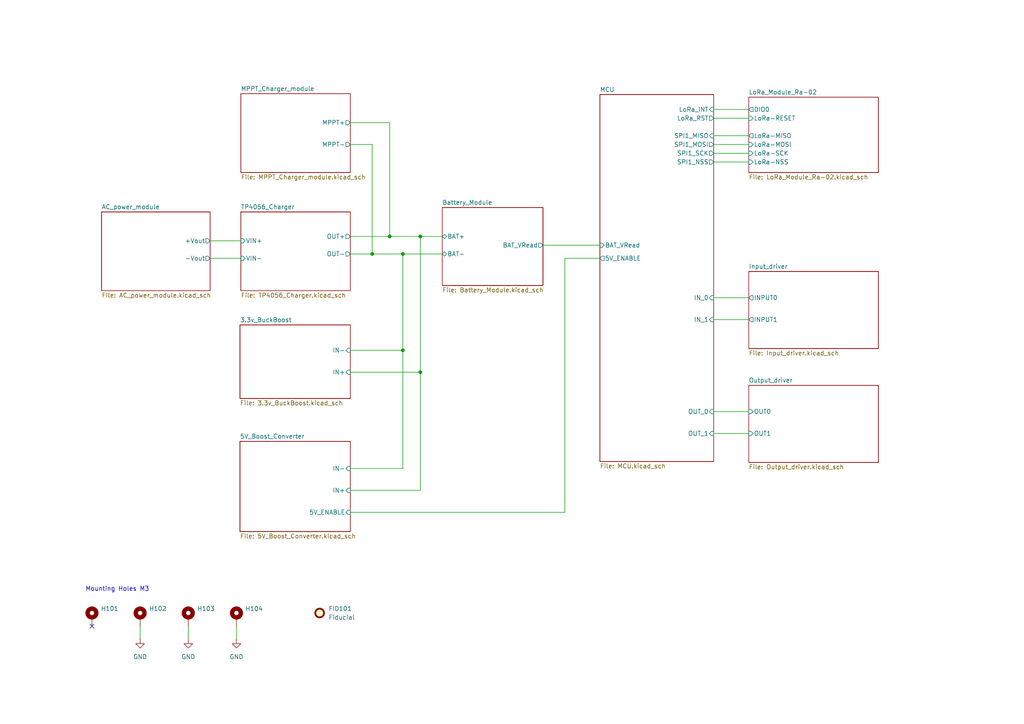
<source format=kicad_sch>
(kicad_sch (version 20250114) (generator "eeschema") (generator_version "9.0")
  (paper "A4")
  (lib_symbols
    (symbol "Mechanical:Fiducial" (in_bom no)
      (property "Reference" "FID" (at 0 5.08 0))
      (property "Value" "Fiducial" (at 0 3.175 0))
      (symbol "Fiducial_0_1"
        (circle (center 0 0) (radius 1.27) (stroke (width 0.508)) (fill (type background)))
      )
    )
    (symbol "Mechanical:MountingHole_Pad" (pin_numbers (hide yes)) (pin_names (offset 1.016) (hide yes)) (in_bom no)
      (property "Reference" "H" (at 0 6.35 0))
      (property "Value" "MountingHole_Pad" (at 0 4.445 0))
      (symbol "MountingHole_Pad_0_1"
        (circle (center 0 1.27) (radius 1.27) (stroke (width 1.27)))
      )
      (symbol "MountingHole_Pad_1_1"
        (pin input line (at 0 -2.54 90) (length 2.54) (name "1") (number "1"))
      )
    )
    (symbol "power:GND" (power) (pin_numbers (hide yes)) (pin_names (offset 0) (hide yes))
      (property "Value" "GND" (at 0 -3.81 0))
      (symbol "GND_0_1"
        (polyline (pts (xy 0 0) (xy 0 -1.27) (xy 1.27 -1.27) (xy 0 -2.54) (xy -1.27 -1.27) (xy 0 -1.27)))
      )
      (symbol "GND_1_1"
        (pin power_in line (at 0 0 270) (length 0) (name "~") (number "1"))
      )
    )
  )
  (text "Mounting Holes M3" (at 34.036 170.942 0) (effects (font (size 1.27 1.27))))
  (junction (at 116.84 73.66))
  (junction (at 107.95 73.66))
  (junction (at 121.92 107.95))
  (junction (at 116.84 101.6))
  (junction (at 121.92 68.58))
  (junction (at 113.03 68.58))
  (no_connect (at 26.67 181.61))
  (wire (pts (xy 60.96 69.85) (xy 69.85 69.85)))
  (wire (pts (xy 101.6 142.24) (xy 121.92 142.24)))
  (wire (pts (xy 207.01 86.36) (xy 217.17 86.36)))
  (wire (pts (xy 157.48 71.12) (xy 173.99 71.12)))
  (wire (pts (xy 54.61 181.61) (xy 54.61 185.42)))
  (wire (pts (xy 101.6 41.91) (xy 107.95 41.91)))
  (wire (pts (xy 163.83 74.93) (xy 163.83 148.59)))
  (wire (pts (xy 207.01 46.99) (xy 217.17 46.99)))
  (wire (pts (xy 173.99 74.93) (xy 163.83 74.93)))
  (wire (pts (xy 207.01 39.37) (xy 217.17 39.37)))
  (wire (pts (xy 101.6 35.56) (xy 113.03 35.56)))
  (wire (pts (xy 101.6 68.58) (xy 113.03 68.58)))
  (wire (pts (xy 101.6 107.95) (xy 121.92 107.95)))
  (wire (pts (xy 101.6 101.6) (xy 116.84 101.6)))
  (wire (pts (xy 121.92 142.24) (xy 121.92 107.95)))
  (wire (pts (xy 40.64 181.61) (xy 40.64 185.42)))
  (wire (pts (xy 113.03 68.58) (xy 113.03 35.56)))
  (wire (pts (xy 121.92 107.95) (xy 121.92 68.58)))
  (wire (pts (xy 207.01 119.38) (xy 217.17 119.38)))
  (wire (pts (xy 163.83 148.59) (xy 101.6 148.59)))
  (wire (pts (xy 116.84 73.66) (xy 128.27 73.66)))
  (wire (pts (xy 207.01 34.29) (xy 217.17 34.29)))
  (wire (pts (xy 116.84 135.89) (xy 116.84 101.6)))
  (wire (pts (xy 60.96 74.93) (xy 69.85 74.93)))
  (wire (pts (xy 107.95 73.66) (xy 116.84 73.66)))
  (wire (pts (xy 207.01 41.91) (xy 217.17 41.91)))
  (wire (pts (xy 107.95 41.91) (xy 107.95 73.66)))
  (wire (pts (xy 68.58 181.61) (xy 68.58 185.42)))
  (wire (pts (xy 101.6 73.66) (xy 107.95 73.66)))
  (wire (pts (xy 116.84 73.66) (xy 116.84 101.6)))
  (wire (pts (xy 207.01 44.45) (xy 217.17 44.45)))
  (wire (pts (xy 113.03 68.58) (xy 121.92 68.58)))
  (wire (pts (xy 207.01 125.73) (xy 217.17 125.73)))
  (wire (pts (xy 207.01 92.71) (xy 217.17 92.71)))
  (wire (pts (xy 121.92 68.58) (xy 128.27 68.58)))
  (wire (pts (xy 101.6 135.89) (xy 116.84 135.89)))
  (wire (pts (xy 207.01 31.75) (xy 217.17 31.75)))
  (symbol (lib_id "power:GND") (at 68.58 185.42 0) (unit 1)
    (property "Reference" "#PWR0103" (effects (hide yes)))
    (property "Value" "GND" (at 68.58 190.5 0))
    (property "Description" "Power symbol creates a global label with name \"GND\" , ground" (effects (hide yes)))
  )
  (symbol (lib_id "Mechanical:MountingHole_Pad") (at 26.67 179.07 0) (unit 1) (in_bom no)
    (property "Reference" "H101" (at 29.21 176.5299 0) (effects (justify left)))
    (property "Value" "MountingHole_Pad" (effects (hide yes)))
    (property "Footprint" "MountingHole:MountingHole_3.2mm_M3_Pad_TopBottom" (effects (hide yes)))
    (property "Description" "Mounting Hole with connection" (effects (hide yes)))
  )
  (symbol (lib_id "Mechanical:MountingHole_Pad") (at 68.58 179.07 0) (unit 1) (in_bom no)
    (property "Reference" "H104" (at 71.12 176.5299 0) (effects (justify left)))
    (property "Value" "MountingHole_Pad" (effects (hide yes)))
    (property "Footprint" "MountingHole:MountingHole_3.2mm_M3_Pad_TopBottom" (effects (hide yes)))
    (property "Description" "Mounting Hole with connection" (effects (hide yes)))
  )
  (symbol (lib_id "power:GND") (at 54.61 185.42 0) (unit 1)
    (property "Reference" "#PWR0102" (effects (hide yes)))
    (property "Value" "GND" (at 54.61 190.5 0))
    (property "Description" "Power symbol creates a global label with name \"GND\" , ground" (effects (hide yes)))
  )
  (symbol (lib_id "Mechanical:MountingHole_Pad") (at 54.61 179.07 0) (unit 1) (in_bom no)
    (property "Reference" "H103" (at 57.15 176.5299 0) (effects (justify left)))
    (property "Value" "MountingHole_Pad" (effects (hide yes)))
    (property "Footprint" "MountingHole:MountingHole_3.2mm_M3_Pad_TopBottom" (effects (hide yes)))
    (property "Description" "Mounting Hole with connection" (effects (hide yes)))
  )
  (symbol (lib_id "Mechanical:Fiducial") (at 92.71 177.8 0) (unit 1) (in_bom no)
    (property "Reference" "FID101" (at 95.25 176.5299 0) (effects (justify left)))
    (property "Value" "Fiducial" (at 95.25 179.0699 0) (effects (justify left)))
    (property "Footprint" "Fiducial:Fiducial_1mm_Mask3mm" (effects (hide yes)))
    (property "Description" "Fiducial Marker" (effects (hide yes)))
  )
  (symbol (lib_id "Mechanical:MountingHole_Pad") (at 40.64 179.07 0) (unit 1) (in_bom no)
    (property "Reference" "H102" (at 43.18 176.5299 0) (effects (justify left)))
    (property "Value" "MountingHole_Pad" (effects (hide yes)))
    (property "Footprint" "MountingHole:MountingHole_3.2mm_M3_Pad_TopBottom" (effects (hide yes)))
    (property "Description" "Mounting Hole with connection" (effects (hide yes)))
  )
  (symbol (lib_id "power:GND") (at 40.64 185.42 0) (unit 1)
    (property "Reference" "#PWR0101" (effects (hide yes)))
    (property "Value" "GND" (at 40.64 190.5 0))
    (property "Description" "Power symbol creates a global label with name \"GND\" , ground" (effects (hide yes)))
  )
  (sheet (at 69.596 94.234) (size 32.004 21.336) (stroke (width 0.1524))
    (property "Sheetname" "3.3v_BuckBoost" (at 69.596 93.5224 0) (effects (justify left bottom)))
    (property "Sheetfile" "3.3v_BuckBoost.kicad_sch" (at 69.596 116.1546 0) (effects (justify left top)))
    (pin "IN+" input (at 101.6 107.95 0))
    (pin "IN-" input (at 101.6 101.6 0))
  )
  (sheet (at 69.85 61.468) (size 31.75 22.86) (stroke (width 0.1524))
    (property "Sheetname" "TP4056_Charger" (at 69.85 60.7564 0) (effects (justify left bottom)))
    (property "Sheetfile" "TP4056_Charger.kicad_sch" (at 69.85 84.9126 0) (effects (justify left top)))
    (pin "OUT+" output (at 101.6 68.58 0))
    (pin "VIN+" input (at 69.85 69.85 180))
    (pin "VIN-" input (at 69.85 74.93 180))
    (pin "OUT-" output (at 101.6 73.66 0))
  )
  (sheet (at 217.17 28.194) (size 37.592 21.844) (stroke (width 0.1524))
    (property "Sheetname" "LoRa_Module_Ra-02" (at 217.17 27.4824 0) (effects (justify left bottom)))
    (property "Sheetfile" "LoRa_Module_Ra-02.kicad_sch" (at 217.17 50.6226 0) (effects (justify left top)))
    (pin "DIO0" output (at 217.17 31.75 180))
    (pin "LoRa-MISO" output (at 217.17 39.37 180))
    (pin "LoRa-MOSI" input (at 217.17 41.91 180))
    (pin "LoRa-NSS" input (at 217.17 46.99 180))
    (pin "LoRa-RESET" input (at 217.17 34.29 180))
    (pin "LoRa-SCK" input (at 217.17 44.45 180))
  )
  (sheet (at 29.464 61.468) (size 31.496 22.86) (stroke (width 0.1524))
    (property "Sheetname" "AC_power_module" (at 29.464 60.7564 0) (effects (justify left bottom)))
    (property "Sheetfile" "AC_power_module.kicad_sch" (at 29.464 84.9126 0) (effects (justify left top)))
    (pin "+Vout" output (at 60.96 69.85 0))
    (pin "-Vout" output (at 60.96 74.93 0))
  )
  (sheet (at 128.27 60.198) (size 29.21 22.606) (stroke (width 0.1524))
    (property "Sheetname" "Battery_Module" (at 128.27 59.4864 0) (effects (justify left bottom)))
    (property "Sheetfile" "Battery_Module.kicad_sch" (at 128.27 83.3886 0) (effects (justify left top)))
    (pin "BAT+" bidirectional (at 128.27 68.58 180))
    (pin "BAT-" bidirectional (at 128.27 73.66 180))
    (pin "BAT_VRead" output (at 157.48 71.12 0))
  )
  (sheet (at 69.596 128.016) (size 32.004 26.162) (stroke (width 0.1524))
    (property "Sheetname" "5V_Boost_Converter" (at 69.596 127.3044 0) (effects (justify left bottom)))
    (property "Sheetfile" "5V_Boost_Converter.kicad_sch" (at 69.596 154.7626 0) (effects (justify left top)))
    (pin "IN+" input (at 101.6 142.24 0))
    (pin "IN-" input (at 101.6 135.89 0))
    (pin "5V_ENABLE" input (at 101.6 148.59 0))
  )
  (sheet (at 173.99 27.432) (size 33.02 106.426) (stroke (width 0.1524))
    (property "Sheetname" "MCU" (at 173.99 26.7204 0) (effects (justify left bottom)))
    (property "Sheetfile" "MCU.kicad_sch" (at 173.99 134.4426 0) (effects (justify left top)))
    (pin "LoRa_INT" input (at 207.01 31.75 0))
    (pin "LoRa_RST" output (at 207.01 34.29 0))
    (pin "SPI1_MISO" input (at 207.01 39.37 0))
    (pin "SPI1_MOSI" output (at 207.01 41.91 0))
    (pin "SPI1_NSS" output (at 207.01 46.99 0))
    (pin "SPI1_SCK" output (at 207.01 44.45 0))
    (pin "BAT_VRead" input (at 173.99 71.12 180))
    (pin "5V_ENABLE" output (at 173.99 74.93 180))
    (pin "IN_0" input (at 207.01 86.36 0))
    (pin "IN_1" input (at 207.01 92.71 0))
    (pin "OUT_0" input (at 207.01 119.38 0))
    (pin "OUT_1" input (at 207.01 125.73 0))
  )
  (sheet (at 217.17 78.74) (size 37.592 22.352) (stroke (width 0.1524))
    (property "Sheetname" "Input_driver" (at 217.17 78.0284 0) (effects (justify left bottom)))
    (property "Sheetfile" "Input_driver.kicad_sch" (at 217.17 101.6766 0) (effects (justify left top)))
    (pin "INPUT0" output (at 217.17 86.36 180))
    (pin "INPUT1" output (at 217.17 92.71 180))
  )
  (sheet (at 217.17 111.76) (size 37.592 22.352) (stroke (width 0.1524))
    (property "Sheetname" "Output_driver" (at 217.17 111.0484 0) (effects (justify left bottom)))
    (property "Sheetfile" "Output_driver.kicad_sch" (at 217.17 134.6966 0) (effects (justify left top)))
    (pin "OUT0" input (at 217.17 119.38 180))
    (pin "OUT1" input (at 217.17 125.73 180))
  )
  (sheet (at 69.85 27.178) (size 31.75 22.86) (stroke (width 0.1524))
    (property "Sheetname" "MPPT_Charger_module" (at 69.85 26.4664 0) (effects (justify left bottom)))
    (property "Sheetfile" "MPPT_Charger_module.kicad_sch" (at 69.85 50.6226 0) (effects (justify left top)))
    (pin "MPPT+" output (at 101.6 35.56 0))
    (pin "MPPT-" output (at 101.6 41.91 0))
  )
)
</source>
